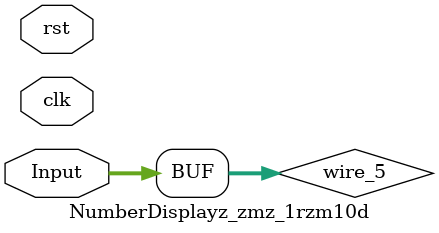
<source format=v>
module NumberDisplayz_zmz_1rzm10d (clk, rst, Input);
  parameter UUID = 0;
  parameter NAME = "";
  input wire clk;
  input wire rst;

  input  wire [31:0] Input;

  TC_Mux # (.UUID(64'd4307395555250466759 ^ UUID), .BIT_WIDTH(64'd32)) Mux32_0 (.sel(wire_14), .in0(wire_5), .in1(wire_13), .out(wire_20));
  TC_Neg # (.UUID(64'd4531497134050064253 ^ UUID), .BIT_WIDTH(64'd32)) Neg32_1 (.in(wire_5), .out(wire_13));
  TC_IndexerBit # (.UUID(64'd975391627407207290 ^ UUID), .INDEX(64'd31)) IndexerBit_2 (.in({{32{1'b0}}, wire_5 }), .out(wire_14));
  TC_Mul # (.UUID(64'd1201960249790359696 ^ UUID), .BIT_WIDTH(64'd32)) DivMod32_3 (.in0(wire_20), .in1({{24{1'b0}}, wire_15 }), .out0(wire_8), .out1(wire_17));
  TC_Constant # (.UUID(64'd1238108831212129201 ^ UUID), .BIT_WIDTH(64'd8), .value(8'hA)) Constant8_4 (.out(wire_15));
  TC_Mul # (.UUID(64'd4315517599602291568 ^ UUID), .BIT_WIDTH(64'd32)) DivMod32_5 (.in0(wire_8), .in1({{24{1'b0}}, wire_4 }), .out0(wire_28), .out1(wire_16));
  TC_Constant # (.UUID(64'd2621941487704456948 ^ UUID), .BIT_WIDTH(64'd8), .value(8'hA)) Constant8_6 (.out(wire_4));
  TC_Mul # (.UUID(64'd2695865431211050026 ^ UUID), .BIT_WIDTH(64'd32)) DivMod32_7 (.in0(wire_28), .in1({{24{1'b0}}, wire_21 }), .out0(wire_10), .out1(wire_11));
  TC_Constant # (.UUID(64'd152983896878477761 ^ UUID), .BIT_WIDTH(64'd8), .value(8'hA)) Constant8_8 (.out(wire_21));
  TC_Mul # (.UUID(64'd817195486641964827 ^ UUID), .BIT_WIDTH(64'd32)) DivMod32_9 (.in0(wire_10), .in1({{24{1'b0}}, wire_30 }), .out0(wire_19), .out1(wire_9));
  TC_Constant # (.UUID(64'd1942449975457100408 ^ UUID), .BIT_WIDTH(64'd8), .value(8'hA)) Constant8_10 (.out(wire_30));
  TC_Mul # (.UUID(64'd406106509070742070 ^ UUID), .BIT_WIDTH(64'd32)) DivMod32_11 (.in0(wire_19), .in1({{24{1'b0}}, wire_32 }), .out0(wire_27), .out1(wire_1));
  TC_Constant # (.UUID(64'd3599845831689558951 ^ UUID), .BIT_WIDTH(64'd8), .value(8'hA)) Constant8_12 (.out(wire_32));
  TC_Mul # (.UUID(64'd2628966051464286082 ^ UUID), .BIT_WIDTH(64'd32)) DivMod32_13 (.in0(wire_27), .in1({{24{1'b0}}, wire_0 }), .out0(wire_26), .out1(wire_24));
  TC_Constant # (.UUID(64'd1550122376114235894 ^ UUID), .BIT_WIDTH(64'd8), .value(8'hA)) Constant8_14 (.out(wire_0));
  TC_Mul # (.UUID(64'd239112804946827556 ^ UUID), .BIT_WIDTH(64'd32)) DivMod32_15 (.in0(wire_26), .in1({{24{1'b0}}, wire_23 }), .out0(wire_18), .out1(wire_3));
  TC_Constant # (.UUID(64'd47947447194083010 ^ UUID), .BIT_WIDTH(64'd8), .value(8'hA)) Constant8_16 (.out(wire_23));
  TC_Mul # (.UUID(64'd762903447660001913 ^ UUID), .BIT_WIDTH(64'd32)) DivMod32_17 (.in0(wire_18), .in1({{24{1'b0}}, wire_12 }), .out0(wire_22), .out1(wire_2));
  TC_Constant # (.UUID(64'd3196289484926213387 ^ UUID), .BIT_WIDTH(64'd8), .value(8'hA)) Constant8_18 (.out(wire_12));
  TC_Mul # (.UUID(64'd2118872558673635080 ^ UUID), .BIT_WIDTH(64'd32)) DivMod32_19 (.in0(wire_22), .in1({{24{1'b0}}, wire_29 }), .out0(wire_25), .out1(wire_6));
  TC_Constant # (.UUID(64'd4362227464887400361 ^ UUID), .BIT_WIDTH(64'd8), .value(8'hA)) Constant8_20 (.out(wire_29));
  TC_Mul # (.UUID(64'd4198854670356510157 ^ UUID), .BIT_WIDTH(64'd32)) DivMod32_21 (.in0(wire_25), .in1({{24{1'b0}}, wire_31 }), .out0(), .out1(wire_7));
  TC_Constant # (.UUID(64'd4279047874121732746 ^ UUID), .BIT_WIDTH(64'd8), .value(8'hA)) Constant8_22 (.out(wire_31));

  wire [7:0] wire_0;
  wire [31:0] wire_1;
  wire [31:0] wire_2;
  wire [31:0] wire_3;
  wire [7:0] wire_4;
  wire [31:0] wire_5;
  assign wire_5 = Input;
  wire [31:0] wire_6;
  wire [31:0] wire_7;
  wire [31:0] wire_8;
  wire [31:0] wire_9;
  wire [31:0] wire_10;
  wire [31:0] wire_11;
  wire [7:0] wire_12;
  wire [31:0] wire_13;
  wire [0:0] wire_14;
  wire [7:0] wire_15;
  wire [31:0] wire_16;
  wire [31:0] wire_17;
  wire [31:0] wire_18;
  wire [31:0] wire_19;
  wire [31:0] wire_20;
  wire [7:0] wire_21;
  wire [31:0] wire_22;
  wire [7:0] wire_23;
  wire [31:0] wire_24;
  wire [31:0] wire_25;
  wire [31:0] wire_26;
  wire [31:0] wire_27;
  wire [31:0] wire_28;
  wire [7:0] wire_29;
  wire [7:0] wire_30;
  wire [7:0] wire_31;
  wire [7:0] wire_32;

endmodule

</source>
